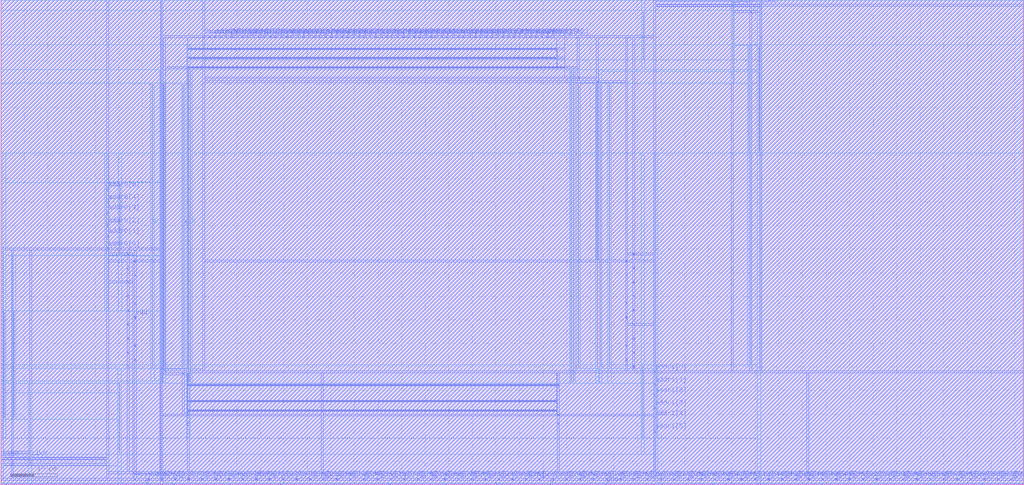
<source format=lef>
VERSION 5.4 ;
NAMESCASESENSITIVE ON ;
BUSBITCHARS "[]" ;
DIVIDERCHAR "/" ;
UNITS
  DATABASE MICRONS 2000 ;
END UNITS
MACRO freepdk45_sram_1w1r_40x64_32
   CLASS BLOCK ;
   SIZE 216.91 BY 102.945 ;
   SYMMETRY X Y R90 ;
   PIN din0[0]
      DIRECTION INPUT ;
      PORT
         LAYER metal3 ;
         RECT  34.085 1.105 34.22 1.24 ;
      END
   END din0[0]
   PIN din0[1]
      DIRECTION INPUT ;
      PORT
         LAYER metal3 ;
         RECT  36.945 1.105 37.08 1.24 ;
      END
   END din0[1]
   PIN din0[2]
      DIRECTION INPUT ;
      PORT
         LAYER metal3 ;
         RECT  39.805 1.105 39.94 1.24 ;
      END
   END din0[2]
   PIN din0[3]
      DIRECTION INPUT ;
      PORT
         LAYER metal3 ;
         RECT  42.665 1.105 42.8 1.24 ;
      END
   END din0[3]
   PIN din0[4]
      DIRECTION INPUT ;
      PORT
         LAYER metal3 ;
         RECT  45.525 1.105 45.66 1.24 ;
      END
   END din0[4]
   PIN din0[5]
      DIRECTION INPUT ;
      PORT
         LAYER metal3 ;
         RECT  48.385 1.105 48.52 1.24 ;
      END
   END din0[5]
   PIN din0[6]
      DIRECTION INPUT ;
      PORT
         LAYER metal3 ;
         RECT  51.245 1.105 51.38 1.24 ;
      END
   END din0[6]
   PIN din0[7]
      DIRECTION INPUT ;
      PORT
         LAYER metal3 ;
         RECT  54.105 1.105 54.24 1.24 ;
      END
   END din0[7]
   PIN din0[8]
      DIRECTION INPUT ;
      PORT
         LAYER metal3 ;
         RECT  56.965 1.105 57.1 1.24 ;
      END
   END din0[8]
   PIN din0[9]
      DIRECTION INPUT ;
      PORT
         LAYER metal3 ;
         RECT  59.825 1.105 59.96 1.24 ;
      END
   END din0[9]
   PIN din0[10]
      DIRECTION INPUT ;
      PORT
         LAYER metal3 ;
         RECT  62.685 1.105 62.82 1.24 ;
      END
   END din0[10]
   PIN din0[11]
      DIRECTION INPUT ;
      PORT
         LAYER metal3 ;
         RECT  65.545 1.105 65.68 1.24 ;
      END
   END din0[11]
   PIN din0[12]
      DIRECTION INPUT ;
      PORT
         LAYER metal3 ;
         RECT  68.405 1.105 68.54 1.24 ;
      END
   END din0[12]
   PIN din0[13]
      DIRECTION INPUT ;
      PORT
         LAYER metal3 ;
         RECT  71.265 1.105 71.4 1.24 ;
      END
   END din0[13]
   PIN din0[14]
      DIRECTION INPUT ;
      PORT
         LAYER metal3 ;
         RECT  74.125 1.105 74.26 1.24 ;
      END
   END din0[14]
   PIN din0[15]
      DIRECTION INPUT ;
      PORT
         LAYER metal3 ;
         RECT  76.985 1.105 77.12 1.24 ;
      END
   END din0[15]
   PIN din0[16]
      DIRECTION INPUT ;
      PORT
         LAYER metal3 ;
         RECT  79.845 1.105 79.98 1.24 ;
      END
   END din0[16]
   PIN din0[17]
      DIRECTION INPUT ;
      PORT
         LAYER metal3 ;
         RECT  82.705 1.105 82.84 1.24 ;
      END
   END din0[17]
   PIN din0[18]
      DIRECTION INPUT ;
      PORT
         LAYER metal3 ;
         RECT  85.565 1.105 85.7 1.24 ;
      END
   END din0[18]
   PIN din0[19]
      DIRECTION INPUT ;
      PORT
         LAYER metal3 ;
         RECT  88.425 1.105 88.56 1.24 ;
      END
   END din0[19]
   PIN din0[20]
      DIRECTION INPUT ;
      PORT
         LAYER metal3 ;
         RECT  91.285 1.105 91.42 1.24 ;
      END
   END din0[20]
   PIN din0[21]
      DIRECTION INPUT ;
      PORT
         LAYER metal3 ;
         RECT  94.145 1.105 94.28 1.24 ;
      END
   END din0[21]
   PIN din0[22]
      DIRECTION INPUT ;
      PORT
         LAYER metal3 ;
         RECT  97.005 1.105 97.14 1.24 ;
      END
   END din0[22]
   PIN din0[23]
      DIRECTION INPUT ;
      PORT
         LAYER metal3 ;
         RECT  99.865 1.105 100.0 1.24 ;
      END
   END din0[23]
   PIN din0[24]
      DIRECTION INPUT ;
      PORT
         LAYER metal3 ;
         RECT  102.725 1.105 102.86 1.24 ;
      END
   END din0[24]
   PIN din0[25]
      DIRECTION INPUT ;
      PORT
         LAYER metal3 ;
         RECT  105.585 1.105 105.72 1.24 ;
      END
   END din0[25]
   PIN din0[26]
      DIRECTION INPUT ;
      PORT
         LAYER metal3 ;
         RECT  108.445 1.105 108.58 1.24 ;
      END
   END din0[26]
   PIN din0[27]
      DIRECTION INPUT ;
      PORT
         LAYER metal3 ;
         RECT  111.305 1.105 111.44 1.24 ;
      END
   END din0[27]
   PIN din0[28]
      DIRECTION INPUT ;
      PORT
         LAYER metal3 ;
         RECT  114.165 1.105 114.3 1.24 ;
      END
   END din0[28]
   PIN din0[29]
      DIRECTION INPUT ;
      PORT
         LAYER metal3 ;
         RECT  117.025 1.105 117.16 1.24 ;
      END
   END din0[29]
   PIN din0[30]
      DIRECTION INPUT ;
      PORT
         LAYER metal3 ;
         RECT  119.885 1.105 120.02 1.24 ;
      END
   END din0[30]
   PIN din0[31]
      DIRECTION INPUT ;
      PORT
         LAYER metal3 ;
         RECT  122.745 1.105 122.88 1.24 ;
      END
   END din0[31]
   PIN din0[32]
      DIRECTION INPUT ;
      PORT
         LAYER metal3 ;
         RECT  125.605 1.105 125.74 1.24 ;
      END
   END din0[32]
   PIN din0[33]
      DIRECTION INPUT ;
      PORT
         LAYER metal3 ;
         RECT  128.465 1.105 128.6 1.24 ;
      END
   END din0[33]
   PIN din0[34]
      DIRECTION INPUT ;
      PORT
         LAYER metal3 ;
         RECT  131.325 1.105 131.46 1.24 ;
      END
   END din0[34]
   PIN din0[35]
      DIRECTION INPUT ;
      PORT
         LAYER metal3 ;
         RECT  134.185 1.105 134.32 1.24 ;
      END
   END din0[35]
   PIN din0[36]
      DIRECTION INPUT ;
      PORT
         LAYER metal3 ;
         RECT  137.045 1.105 137.18 1.24 ;
      END
   END din0[36]
   PIN din0[37]
      DIRECTION INPUT ;
      PORT
         LAYER metal3 ;
         RECT  139.905 1.105 140.04 1.24 ;
      END
   END din0[37]
   PIN din0[38]
      DIRECTION INPUT ;
      PORT
         LAYER metal3 ;
         RECT  142.765 1.105 142.9 1.24 ;
      END
   END din0[38]
   PIN din0[39]
      DIRECTION INPUT ;
      PORT
         LAYER metal3 ;
         RECT  145.625 1.105 145.76 1.24 ;
      END
   END din0[39]
   PIN din0[40]
      DIRECTION INPUT ;
      PORT
         LAYER metal3 ;
         RECT  148.485 1.105 148.62 1.24 ;
      END
   END din0[40]
   PIN din0[41]
      DIRECTION INPUT ;
      PORT
         LAYER metal3 ;
         RECT  151.345 1.105 151.48 1.24 ;
      END
   END din0[41]
   PIN din0[42]
      DIRECTION INPUT ;
      PORT
         LAYER metal3 ;
         RECT  154.205 1.105 154.34 1.24 ;
      END
   END din0[42]
   PIN din0[43]
      DIRECTION INPUT ;
      PORT
         LAYER metal3 ;
         RECT  157.065 1.105 157.2 1.24 ;
      END
   END din0[43]
   PIN din0[44]
      DIRECTION INPUT ;
      PORT
         LAYER metal3 ;
         RECT  159.925 1.105 160.06 1.24 ;
      END
   END din0[44]
   PIN din0[45]
      DIRECTION INPUT ;
      PORT
         LAYER metal3 ;
         RECT  162.785 1.105 162.92 1.24 ;
      END
   END din0[45]
   PIN din0[46]
      DIRECTION INPUT ;
      PORT
         LAYER metal3 ;
         RECT  165.645 1.105 165.78 1.24 ;
      END
   END din0[46]
   PIN din0[47]
      DIRECTION INPUT ;
      PORT
         LAYER metal3 ;
         RECT  168.505 1.105 168.64 1.24 ;
      END
   END din0[47]
   PIN din0[48]
      DIRECTION INPUT ;
      PORT
         LAYER metal3 ;
         RECT  171.365 1.105 171.5 1.24 ;
      END
   END din0[48]
   PIN din0[49]
      DIRECTION INPUT ;
      PORT
         LAYER metal3 ;
         RECT  174.225 1.105 174.36 1.24 ;
      END
   END din0[49]
   PIN din0[50]
      DIRECTION INPUT ;
      PORT
         LAYER metal3 ;
         RECT  177.085 1.105 177.22 1.24 ;
      END
   END din0[50]
   PIN din0[51]
      DIRECTION INPUT ;
      PORT
         LAYER metal3 ;
         RECT  179.945 1.105 180.08 1.24 ;
      END
   END din0[51]
   PIN din0[52]
      DIRECTION INPUT ;
      PORT
         LAYER metal3 ;
         RECT  182.805 1.105 182.94 1.24 ;
      END
   END din0[52]
   PIN din0[53]
      DIRECTION INPUT ;
      PORT
         LAYER metal3 ;
         RECT  185.665 1.105 185.8 1.24 ;
      END
   END din0[53]
   PIN din0[54]
      DIRECTION INPUT ;
      PORT
         LAYER metal3 ;
         RECT  188.525 1.105 188.66 1.24 ;
      END
   END din0[54]
   PIN din0[55]
      DIRECTION INPUT ;
      PORT
         LAYER metal3 ;
         RECT  191.385 1.105 191.52 1.24 ;
      END
   END din0[55]
   PIN din0[56]
      DIRECTION INPUT ;
      PORT
         LAYER metal3 ;
         RECT  194.245 1.105 194.38 1.24 ;
      END
   END din0[56]
   PIN din0[57]
      DIRECTION INPUT ;
      PORT
         LAYER metal3 ;
         RECT  197.105 1.105 197.24 1.24 ;
      END
   END din0[57]
   PIN din0[58]
      DIRECTION INPUT ;
      PORT
         LAYER metal3 ;
         RECT  199.965 1.105 200.1 1.24 ;
      END
   END din0[58]
   PIN din0[59]
      DIRECTION INPUT ;
      PORT
         LAYER metal3 ;
         RECT  202.825 1.105 202.96 1.24 ;
      END
   END din0[59]
   PIN din0[60]
      DIRECTION INPUT ;
      PORT
         LAYER metal3 ;
         RECT  205.685 1.105 205.82 1.24 ;
      END
   END din0[60]
   PIN din0[61]
      DIRECTION INPUT ;
      PORT
         LAYER metal3 ;
         RECT  208.545 1.105 208.68 1.24 ;
      END
   END din0[61]
   PIN din0[62]
      DIRECTION INPUT ;
      PORT
         LAYER metal3 ;
         RECT  211.405 1.105 211.54 1.24 ;
      END
   END din0[62]
   PIN din0[63]
      DIRECTION INPUT ;
      PORT
         LAYER metal3 ;
         RECT  214.265 1.105 214.4 1.24 ;
      END
   END din0[63]
   PIN addr0[0]
      DIRECTION INPUT ;
      PORT
         LAYER metal3 ;
         RECT  22.645 50.0125 22.78 50.1475 ;
      END
   END addr0[0]
   PIN addr0[1]
      DIRECTION INPUT ;
      PORT
         LAYER metal3 ;
         RECT  22.645 52.7425 22.78 52.8775 ;
      END
   END addr0[1]
   PIN addr0[2]
      DIRECTION INPUT ;
      PORT
         LAYER metal3 ;
         RECT  22.645 54.9525 22.78 55.0875 ;
      END
   END addr0[2]
   PIN addr0[3]
      DIRECTION INPUT ;
      PORT
         LAYER metal3 ;
         RECT  22.645 57.6825 22.78 57.8175 ;
      END
   END addr0[3]
   PIN addr0[4]
      DIRECTION INPUT ;
      PORT
         LAYER metal3 ;
         RECT  22.645 59.8925 22.78 60.0275 ;
      END
   END addr0[4]
   PIN addr0[5]
      DIRECTION INPUT ;
      PORT
         LAYER metal3 ;
         RECT  22.645 62.6225 22.78 62.7575 ;
      END
   END addr0[5]
   PIN addr1[0]
      DIRECTION INPUT ;
      PORT
         LAYER metal3 ;
         RECT  138.625 23.8825 138.76 24.0175 ;
      END
   END addr1[0]
   PIN addr1[1]
      DIRECTION INPUT ;
      PORT
         LAYER metal3 ;
         RECT  138.625 21.1525 138.76 21.2875 ;
      END
   END addr1[1]
   PIN addr1[2]
      DIRECTION INPUT ;
      PORT
         LAYER metal3 ;
         RECT  138.625 18.9425 138.76 19.0775 ;
      END
   END addr1[2]
   PIN addr1[3]
      DIRECTION INPUT ;
      PORT
         LAYER metal3 ;
         RECT  138.625 16.2125 138.76 16.3475 ;
      END
   END addr1[3]
   PIN addr1[4]
      DIRECTION INPUT ;
      PORT
         LAYER metal3 ;
         RECT  138.625 14.0025 138.76 14.1375 ;
      END
   END addr1[4]
   PIN addr1[5]
      DIRECTION INPUT ;
      PORT
         LAYER metal3 ;
         RECT  138.625 11.2725 138.76 11.4075 ;
      END
   END addr1[5]
   PIN csb0
      DIRECTION INPUT ;
      PORT
         LAYER metal3 ;
         RECT  0.285 5.4225 0.42 5.5575 ;
      END
   END csb0
   PIN csb1
      DIRECTION INPUT ;
      PORT
         LAYER metal3 ;
         RECT  161.125 101.7025 161.26 101.8375 ;
      END
   END csb1
   PIN clk0
      DIRECTION INPUT ;
      PORT
         LAYER metal3 ;
         RECT  6.2475 5.5075 6.3825 5.6425 ;
      END
   END clk0
   PIN clk1
      DIRECTION INPUT ;
      PORT
         LAYER metal3 ;
         RECT  155.0225 101.6175 155.1575 101.7525 ;
      END
   END clk1
   PIN wmask0[0]
      DIRECTION INPUT ;
      PORT
         LAYER metal3 ;
         RECT  28.365 1.105 28.5 1.24 ;
      END
   END wmask0[0]
   PIN wmask0[1]
      DIRECTION INPUT ;
      PORT
         LAYER metal3 ;
         RECT  31.225 1.105 31.36 1.24 ;
      END
   END wmask0[1]
   PIN dout1[0]
      DIRECTION OUTPUT ;
      PORT
         LAYER metal3 ;
         RECT  42.9725 94.9925 43.1075 95.1275 ;
      END
   END dout1[0]
   PIN dout1[1]
      DIRECTION OUTPUT ;
      PORT
         LAYER metal3 ;
         RECT  44.1475 94.9925 44.2825 95.1275 ;
      END
   END dout1[1]
   PIN dout1[2]
      DIRECTION OUTPUT ;
      PORT
         LAYER metal3 ;
         RECT  45.3225 94.9925 45.4575 95.1275 ;
      END
   END dout1[2]
   PIN dout1[3]
      DIRECTION OUTPUT ;
      PORT
         LAYER metal3 ;
         RECT  46.4975 94.9925 46.6325 95.1275 ;
      END
   END dout1[3]
   PIN dout1[4]
      DIRECTION OUTPUT ;
      PORT
         LAYER metal3 ;
         RECT  47.6725 94.9925 47.8075 95.1275 ;
      END
   END dout1[4]
   PIN dout1[5]
      DIRECTION OUTPUT ;
      PORT
         LAYER metal3 ;
         RECT  48.8475 94.9925 48.9825 95.1275 ;
      END
   END dout1[5]
   PIN dout1[6]
      DIRECTION OUTPUT ;
      PORT
         LAYER metal3 ;
         RECT  50.0225 94.9925 50.1575 95.1275 ;
      END
   END dout1[6]
   PIN dout1[7]
      DIRECTION OUTPUT ;
      PORT
         LAYER metal3 ;
         RECT  51.1975 94.9925 51.3325 95.1275 ;
      END
   END dout1[7]
   PIN dout1[8]
      DIRECTION OUTPUT ;
      PORT
         LAYER metal3 ;
         RECT  52.3725 94.9925 52.5075 95.1275 ;
      END
   END dout1[8]
   PIN dout1[9]
      DIRECTION OUTPUT ;
      PORT
         LAYER metal3 ;
         RECT  53.5475 94.9925 53.6825 95.1275 ;
      END
   END dout1[9]
   PIN dout1[10]
      DIRECTION OUTPUT ;
      PORT
         LAYER metal3 ;
         RECT  54.7225 94.9925 54.8575 95.1275 ;
      END
   END dout1[10]
   PIN dout1[11]
      DIRECTION OUTPUT ;
      PORT
         LAYER metal3 ;
         RECT  55.8975 94.9925 56.0325 95.1275 ;
      END
   END dout1[11]
   PIN dout1[12]
      DIRECTION OUTPUT ;
      PORT
         LAYER metal3 ;
         RECT  57.0725 94.9925 57.2075 95.1275 ;
      END
   END dout1[12]
   PIN dout1[13]
      DIRECTION OUTPUT ;
      PORT
         LAYER metal3 ;
         RECT  58.2475 94.9925 58.3825 95.1275 ;
      END
   END dout1[13]
   PIN dout1[14]
      DIRECTION OUTPUT ;
      PORT
         LAYER metal3 ;
         RECT  59.4225 94.9925 59.5575 95.1275 ;
      END
   END dout1[14]
   PIN dout1[15]
      DIRECTION OUTPUT ;
      PORT
         LAYER metal3 ;
         RECT  60.5975 94.9925 60.7325 95.1275 ;
      END
   END dout1[15]
   PIN dout1[16]
      DIRECTION OUTPUT ;
      PORT
         LAYER metal3 ;
         RECT  61.7725 94.9925 61.9075 95.1275 ;
      END
   END dout1[16]
   PIN dout1[17]
      DIRECTION OUTPUT ;
      PORT
         LAYER metal3 ;
         RECT  62.9475 94.9925 63.0825 95.1275 ;
      END
   END dout1[17]
   PIN dout1[18]
      DIRECTION OUTPUT ;
      PORT
         LAYER metal3 ;
         RECT  64.1225 94.9925 64.2575 95.1275 ;
      END
   END dout1[18]
   PIN dout1[19]
      DIRECTION OUTPUT ;
      PORT
         LAYER metal3 ;
         RECT  65.2975 94.9925 65.4325 95.1275 ;
      END
   END dout1[19]
   PIN dout1[20]
      DIRECTION OUTPUT ;
      PORT
         LAYER metal3 ;
         RECT  66.4725 94.9925 66.6075 95.1275 ;
      END
   END dout1[20]
   PIN dout1[21]
      DIRECTION OUTPUT ;
      PORT
         LAYER metal3 ;
         RECT  67.6475 94.9925 67.7825 95.1275 ;
      END
   END dout1[21]
   PIN dout1[22]
      DIRECTION OUTPUT ;
      PORT
         LAYER metal3 ;
         RECT  68.8225 94.9925 68.9575 95.1275 ;
      END
   END dout1[22]
   PIN dout1[23]
      DIRECTION OUTPUT ;
      PORT
         LAYER metal3 ;
         RECT  69.9975 94.9925 70.1325 95.1275 ;
      END
   END dout1[23]
   PIN dout1[24]
      DIRECTION OUTPUT ;
      PORT
         LAYER metal3 ;
         RECT  71.1725 94.9925 71.3075 95.1275 ;
      END
   END dout1[24]
   PIN dout1[25]
      DIRECTION OUTPUT ;
      PORT
         LAYER metal3 ;
         RECT  72.3475 94.9925 72.4825 95.1275 ;
      END
   END dout1[25]
   PIN dout1[26]
      DIRECTION OUTPUT ;
      PORT
         LAYER metal3 ;
         RECT  73.5225 94.9925 73.6575 95.1275 ;
      END
   END dout1[26]
   PIN dout1[27]
      DIRECTION OUTPUT ;
      PORT
         LAYER metal3 ;
         RECT  74.6975 94.9925 74.8325 95.1275 ;
      END
   END dout1[27]
   PIN dout1[28]
      DIRECTION OUTPUT ;
      PORT
         LAYER metal3 ;
         RECT  75.8725 94.9925 76.0075 95.1275 ;
      END
   END dout1[28]
   PIN dout1[29]
      DIRECTION OUTPUT ;
      PORT
         LAYER metal3 ;
         RECT  77.0475 94.9925 77.1825 95.1275 ;
      END
   END dout1[29]
   PIN dout1[30]
      DIRECTION OUTPUT ;
      PORT
         LAYER metal3 ;
         RECT  78.2225 94.9925 78.3575 95.1275 ;
      END
   END dout1[30]
   PIN dout1[31]
      DIRECTION OUTPUT ;
      PORT
         LAYER metal3 ;
         RECT  79.3975 94.9925 79.5325 95.1275 ;
      END
   END dout1[31]
   PIN dout1[32]
      DIRECTION OUTPUT ;
      PORT
         LAYER metal3 ;
         RECT  80.5725 94.9925 80.7075 95.1275 ;
      END
   END dout1[32]
   PIN dout1[33]
      DIRECTION OUTPUT ;
      PORT
         LAYER metal3 ;
         RECT  81.7475 94.9925 81.8825 95.1275 ;
      END
   END dout1[33]
   PIN dout1[34]
      DIRECTION OUTPUT ;
      PORT
         LAYER metal3 ;
         RECT  82.9225 94.9925 83.0575 95.1275 ;
      END
   END dout1[34]
   PIN dout1[35]
      DIRECTION OUTPUT ;
      PORT
         LAYER metal3 ;
         RECT  84.0975 94.9925 84.2325 95.1275 ;
      END
   END dout1[35]
   PIN dout1[36]
      DIRECTION OUTPUT ;
      PORT
         LAYER metal3 ;
         RECT  85.2725 94.9925 85.4075 95.1275 ;
      END
   END dout1[36]
   PIN dout1[37]
      DIRECTION OUTPUT ;
      PORT
         LAYER metal3 ;
         RECT  86.4475 94.9925 86.5825 95.1275 ;
      END
   END dout1[37]
   PIN dout1[38]
      DIRECTION OUTPUT ;
      PORT
         LAYER metal3 ;
         RECT  87.6225 94.9925 87.7575 95.1275 ;
      END
   END dout1[38]
   PIN dout1[39]
      DIRECTION OUTPUT ;
      PORT
         LAYER metal3 ;
         RECT  88.7975 94.9925 88.9325 95.1275 ;
      END
   END dout1[39]
   PIN dout1[40]
      DIRECTION OUTPUT ;
      PORT
         LAYER metal3 ;
         RECT  89.9725 94.9925 90.1075 95.1275 ;
      END
   END dout1[40]
   PIN dout1[41]
      DIRECTION OUTPUT ;
      PORT
         LAYER metal3 ;
         RECT  91.1475 94.9925 91.2825 95.1275 ;
      END
   END dout1[41]
   PIN dout1[42]
      DIRECTION OUTPUT ;
      PORT
         LAYER metal3 ;
         RECT  92.3225 94.9925 92.4575 95.1275 ;
      END
   END dout1[42]
   PIN dout1[43]
      DIRECTION OUTPUT ;
      PORT
         LAYER metal3 ;
         RECT  93.4975 94.9925 93.6325 95.1275 ;
      END
   END dout1[43]
   PIN dout1[44]
      DIRECTION OUTPUT ;
      PORT
         LAYER metal3 ;
         RECT  94.6725 94.9925 94.8075 95.1275 ;
      END
   END dout1[44]
   PIN dout1[45]
      DIRECTION OUTPUT ;
      PORT
         LAYER metal3 ;
         RECT  95.8475 94.9925 95.9825 95.1275 ;
      END
   END dout1[45]
   PIN dout1[46]
      DIRECTION OUTPUT ;
      PORT
         LAYER metal3 ;
         RECT  97.0225 94.9925 97.1575 95.1275 ;
      END
   END dout1[46]
   PIN dout1[47]
      DIRECTION OUTPUT ;
      PORT
         LAYER metal3 ;
         RECT  98.1975 94.9925 98.3325 95.1275 ;
      END
   END dout1[47]
   PIN dout1[48]
      DIRECTION OUTPUT ;
      PORT
         LAYER metal3 ;
         RECT  99.3725 94.9925 99.5075 95.1275 ;
      END
   END dout1[48]
   PIN dout1[49]
      DIRECTION OUTPUT ;
      PORT
         LAYER metal3 ;
         RECT  100.5475 94.9925 100.6825 95.1275 ;
      END
   END dout1[49]
   PIN dout1[50]
      DIRECTION OUTPUT ;
      PORT
         LAYER metal3 ;
         RECT  101.7225 94.9925 101.8575 95.1275 ;
      END
   END dout1[50]
   PIN dout1[51]
      DIRECTION OUTPUT ;
      PORT
         LAYER metal3 ;
         RECT  102.8975 94.9925 103.0325 95.1275 ;
      END
   END dout1[51]
   PIN dout1[52]
      DIRECTION OUTPUT ;
      PORT
         LAYER metal3 ;
         RECT  104.0725 94.9925 104.2075 95.1275 ;
      END
   END dout1[52]
   PIN dout1[53]
      DIRECTION OUTPUT ;
      PORT
         LAYER metal3 ;
         RECT  105.2475 94.9925 105.3825 95.1275 ;
      END
   END dout1[53]
   PIN dout1[54]
      DIRECTION OUTPUT ;
      PORT
         LAYER metal3 ;
         RECT  106.4225 94.9925 106.5575 95.1275 ;
      END
   END dout1[54]
   PIN dout1[55]
      DIRECTION OUTPUT ;
      PORT
         LAYER metal3 ;
         RECT  107.5975 94.9925 107.7325 95.1275 ;
      END
   END dout1[55]
   PIN dout1[56]
      DIRECTION OUTPUT ;
      PORT
         LAYER metal3 ;
         RECT  108.7725 94.9925 108.9075 95.1275 ;
      END
   END dout1[56]
   PIN dout1[57]
      DIRECTION OUTPUT ;
      PORT
         LAYER metal3 ;
         RECT  109.9475 94.9925 110.0825 95.1275 ;
      END
   END dout1[57]
   PIN dout1[58]
      DIRECTION OUTPUT ;
      PORT
         LAYER metal3 ;
         RECT  111.1225 94.9925 111.2575 95.1275 ;
      END
   END dout1[58]
   PIN dout1[59]
      DIRECTION OUTPUT ;
      PORT
         LAYER metal3 ;
         RECT  112.2975 94.9925 112.4325 95.1275 ;
      END
   END dout1[59]
   PIN dout1[60]
      DIRECTION OUTPUT ;
      PORT
         LAYER metal3 ;
         RECT  113.4725 94.9925 113.6075 95.1275 ;
      END
   END dout1[60]
   PIN dout1[61]
      DIRECTION OUTPUT ;
      PORT
         LAYER metal3 ;
         RECT  114.6475 94.9925 114.7825 95.1275 ;
      END
   END dout1[61]
   PIN dout1[62]
      DIRECTION OUTPUT ;
      PORT
         LAYER metal3 ;
         RECT  115.8225 94.9925 115.9575 95.1275 ;
      END
   END dout1[62]
   PIN dout1[63]
      DIRECTION OUTPUT ;
      PORT
         LAYER metal3 ;
         RECT  116.9975 94.9925 117.1325 95.1275 ;
      END
   END dout1[63]
   PIN vdd
      DIRECTION INOUT ;
      USE POWER ; 
      SHAPE ABUTMENT ; 
      PORT
         LAYER metal3 ;
         RECT  171.0825 2.47 171.2175 2.605 ;
         LAYER metal3 ;
         RECT  28.4625 47.4125 28.5975 47.5475 ;
         LAYER metal4 ;
         RECT  160.7175 70.695 160.8575 93.0975 ;
         LAYER metal3 ;
         RECT  68.1225 2.47 68.2575 2.605 ;
         LAYER metal3 ;
         RECT  102.4425 2.47 102.5775 2.605 ;
         LAYER metal4 ;
         RECT  138.905 10.165 139.045 25.125 ;
         LAYER metal4 ;
         RECT  39.72 21.815 39.86 87.845 ;
         LAYER metal3 ;
         RECT  132.6125 47.4125 132.7475 47.5475 ;
         LAYER metal3 ;
         RECT  45.2425 2.47 45.3775 2.605 ;
         LAYER metal4 ;
         RECT  34.015 24.985 34.155 84.995 ;
         LAYER metal3 ;
         RECT  193.9625 2.47 194.0975 2.605 ;
         LAYER metal3 ;
         RECT  56.6825 2.47 56.8175 2.605 ;
         LAYER metal3 ;
         RECT  126.44 85.495 126.575 85.63 ;
         LAYER metal4 ;
         RECT  121.35 21.815 121.49 87.845 ;
         LAYER metal3 ;
         RECT  132.6125 26.4825 132.7475 26.6175 ;
         LAYER metal4 ;
         RECT  136.185 90.455 136.325 100.475 ;
         LAYER metal3 ;
         RECT  122.4325 86.2825 122.5675 86.4175 ;
         LAYER metal3 ;
         RECT  28.0825 2.47 28.2175 2.605 ;
         LAYER metal4 ;
         RECT  25.08 6.785 25.22 21.745 ;
         LAYER metal3 ;
         RECT  2.425 6.7875 2.56 6.9225 ;
         LAYER metal3 ;
         RECT  132.6125 29.4725 132.7475 29.6075 ;
         LAYER metal3 ;
         RECT  91.0025 2.47 91.1375 2.605 ;
         LAYER metal3 ;
         RECT  113.8825 2.47 114.0175 2.605 ;
         LAYER metal3 ;
         RECT  33.8025 2.47 33.9375 2.605 ;
         LAYER metal3 ;
         RECT  34.635 24.28 34.77 24.415 ;
         LAYER metal3 ;
         RECT  118.1375 14.7175 118.2725 14.8525 ;
         LAYER metal3 ;
         RECT  158.985 100.3375 159.12 100.4725 ;
         LAYER metal3 ;
         RECT  132.6125 38.4425 132.7475 38.5775 ;
         LAYER metal4 ;
         RECT  0.6875 14.1625 0.8275 36.565 ;
         LAYER metal3 ;
         RECT  28.4625 38.4425 28.5975 38.5775 ;
         LAYER metal3 ;
         RECT  182.5225 2.47 182.6575 2.605 ;
         LAYER metal3 ;
         RECT  39.6525 14.7175 39.7875 14.8525 ;
         LAYER metal3 ;
         RECT  39.7875 88.54 119.4475 88.61 ;
         LAYER metal3 ;
         RECT  28.4625 26.4825 28.5975 26.6175 ;
         LAYER metal3 ;
         RECT  148.2025 2.47 148.3375 2.605 ;
         LAYER metal3 ;
         RECT  39.7875 92.4375 117.8025 92.5075 ;
         LAYER metal3 ;
         RECT  39.7875 15.685 117.8025 15.755 ;
         LAYER metal3 ;
         RECT  79.5625 2.47 79.6975 2.605 ;
         LAYER metal3 ;
         RECT  136.7625 2.47 136.8975 2.605 ;
         LAYER metal3 ;
         RECT  39.7875 21.12 118.2725 21.19 ;
         LAYER metal3 ;
         RECT  132.6125 35.4525 132.7475 35.5875 ;
         LAYER metal3 ;
         RECT  132.6125 44.4225 132.7475 44.5575 ;
         LAYER metal4 ;
         RECT  127.055 24.985 127.195 84.995 ;
         LAYER metal3 ;
         RECT  28.4625 29.4725 28.5975 29.6075 ;
         LAYER metal4 ;
         RECT  22.36 48.905 22.5 63.865 ;
         LAYER metal4 ;
         RECT  122.43 24.985 122.57 84.925 ;
         LAYER metal3 ;
         RECT  205.4025 2.47 205.5375 2.605 ;
         LAYER metal3 ;
         RECT  159.6425 2.47 159.7775 2.605 ;
         LAYER metal4 ;
         RECT  38.64 24.985 38.78 84.925 ;
         LAYER metal3 ;
         RECT  28.4625 44.4225 28.5975 44.5575 ;
         LAYER metal3 ;
         RECT  38.6425 23.4925 38.7775 23.6275 ;
         LAYER metal3 ;
         RECT  125.3225 2.47 125.4575 2.605 ;
         LAYER metal3 ;
         RECT  28.4625 35.4525 28.5975 35.5875 ;
      END
   END vdd
   PIN gnd
      DIRECTION INOUT ;
      USE GROUND ; 
      SHAPE ABUTMENT ; 
      PORT
         LAYER metal3 ;
         RECT  134.14 33.9575 134.275 34.0925 ;
         LAYER metal4 ;
         RECT  25.22 48.84 25.36 63.93 ;
         LAYER metal3 ;
         RECT  116.7425 0.0 116.8775 0.135 ;
         LAYER metal3 ;
         RECT  185.3825 0.0 185.5175 0.135 ;
         LAYER metal4 ;
         RECT  6.105 4.315 6.245 19.275 ;
         LAYER metal4 ;
         RECT  155.16 87.985 155.3 102.945 ;
         LAYER metal3 ;
         RECT  93.8625 0.0 93.9975 0.135 ;
         LAYER metal4 ;
         RECT  2.75 14.195 2.89 36.5975 ;
         LAYER metal3 ;
         RECT  26.935 42.9275 27.07 43.0625 ;
         LAYER metal4 ;
         RECT  34.575 24.9525 34.715 84.9575 ;
         LAYER metal3 ;
         RECT  26.935 39.9375 27.07 40.0725 ;
         LAYER metal4 ;
         RECT  158.655 70.6625 158.795 93.065 ;
         LAYER metal3 ;
         RECT  105.3025 0.0 105.4375 0.135 ;
         LAYER metal3 ;
         RECT  70.9825 0.0 71.1175 0.135 ;
         LAYER metal4 ;
         RECT  40.18 21.815 40.32 87.845 ;
         LAYER metal3 ;
         RECT  30.9425 0.0 31.0775 0.135 ;
         LAYER metal3 ;
         RECT  139.6225 0.0 139.7575 0.135 ;
         LAYER metal3 ;
         RECT  158.985 102.8075 159.12 102.9425 ;
         LAYER metal3 ;
         RECT  134.14 48.9075 134.275 49.0425 ;
         LAYER metal3 ;
         RECT  26.935 45.9175 27.07 46.0525 ;
         LAYER metal3 ;
         RECT  2.425 4.3175 2.56 4.4525 ;
         LAYER metal3 ;
         RECT  134.14 42.9275 134.275 43.0625 ;
         LAYER metal3 ;
         RECT  151.0625 0.0 151.1975 0.135 ;
         LAYER metal4 ;
         RECT  128.99 24.9525 129.13 84.995 ;
         LAYER metal3 ;
         RECT  26.935 24.9875 27.07 25.1225 ;
         LAYER metal3 ;
         RECT  36.6625 0.0 36.7975 0.135 ;
         LAYER metal3 ;
         RECT  208.2625 0.0 208.3975 0.135 ;
         LAYER metal3 ;
         RECT  162.5025 0.0 162.6375 0.135 ;
         LAYER metal4 ;
         RECT  120.89 21.815 121.03 87.845 ;
         LAYER metal4 ;
         RECT  136.045 10.1 136.185 25.19 ;
         LAYER metal3 ;
         RECT  118.1375 12.8975 118.2725 13.0325 ;
         LAYER metal3 ;
         RECT  39.7875 17.735 117.8025 17.805 ;
         LAYER metal3 ;
         RECT  134.14 30.9675 134.275 31.1025 ;
         LAYER metal4 ;
         RECT  126.495 24.9525 126.635 84.9575 ;
         LAYER metal3 ;
         RECT  134.14 45.9175 134.275 46.0525 ;
         LAYER metal3 ;
         RECT  173.9425 0.0 174.0775 0.135 ;
         LAYER metal3 ;
         RECT  26.935 27.9775 27.07 28.1125 ;
         LAYER metal3 ;
         RECT  39.6525 12.8975 39.7875 13.0325 ;
         LAYER metal3 ;
         RECT  134.14 39.9375 134.275 40.0725 ;
         LAYER metal3 ;
         RECT  26.935 30.9675 27.07 31.1025 ;
         LAYER metal4 ;
         RECT  32.08 24.9525 32.22 84.995 ;
         LAYER metal3 ;
         RECT  134.14 36.9475 134.275 37.0825 ;
         LAYER metal3 ;
         RECT  134.14 27.9775 134.275 28.1125 ;
         LAYER metal3 ;
         RECT  59.5425 0.0 59.6775 0.135 ;
         LAYER metal3 ;
         RECT  82.4225 0.0 82.5575 0.135 ;
         LAYER metal3 ;
         RECT  26.935 36.9475 27.07 37.0825 ;
         LAYER metal3 ;
         RECT  196.8225 0.0 196.9575 0.135 ;
         LAYER metal3 ;
         RECT  134.14 24.9875 134.275 25.1225 ;
         LAYER metal3 ;
         RECT  26.935 33.9575 27.07 34.0925 ;
         LAYER metal3 ;
         RECT  39.7875 90.545 117.8375 90.615 ;
         LAYER metal3 ;
         RECT  48.1025 0.0 48.2375 0.135 ;
         LAYER metal3 ;
         RECT  26.935 48.9075 27.07 49.0425 ;
         LAYER metal3 ;
         RECT  128.1825 0.0 128.3175 0.135 ;
      END
   END gnd
   OBS
   LAYER  metal1 ;
      RECT  0.14 0.14 216.77 102.805 ;
   LAYER  metal2 ;
      RECT  0.14 0.14 216.77 102.805 ;
   LAYER  metal3 ;
      RECT  33.945 0.14 34.36 0.965 ;
      RECT  34.36 0.965 36.805 1.38 ;
      RECT  37.22 0.965 39.665 1.38 ;
      RECT  40.08 0.965 42.525 1.38 ;
      RECT  42.94 0.965 45.385 1.38 ;
      RECT  45.8 0.965 48.245 1.38 ;
      RECT  48.66 0.965 51.105 1.38 ;
      RECT  51.52 0.965 53.965 1.38 ;
      RECT  54.38 0.965 56.825 1.38 ;
      RECT  57.24 0.965 59.685 1.38 ;
      RECT  60.1 0.965 62.545 1.38 ;
      RECT  62.96 0.965 65.405 1.38 ;
      RECT  65.82 0.965 68.265 1.38 ;
      RECT  68.68 0.965 71.125 1.38 ;
      RECT  71.54 0.965 73.985 1.38 ;
      RECT  74.4 0.965 76.845 1.38 ;
      RECT  77.26 0.965 79.705 1.38 ;
      RECT  80.12 0.965 82.565 1.38 ;
      RECT  82.98 0.965 85.425 1.38 ;
      RECT  85.84 0.965 88.285 1.38 ;
      RECT  88.7 0.965 91.145 1.38 ;
      RECT  91.56 0.965 94.005 1.38 ;
      RECT  94.42 0.965 96.865 1.38 ;
      RECT  97.28 0.965 99.725 1.38 ;
      RECT  100.14 0.965 102.585 1.38 ;
      RECT  103.0 0.965 105.445 1.38 ;
      RECT  105.86 0.965 108.305 1.38 ;
      RECT  108.72 0.965 111.165 1.38 ;
      RECT  111.58 0.965 114.025 1.38 ;
      RECT  114.44 0.965 116.885 1.38 ;
      RECT  117.3 0.965 119.745 1.38 ;
      RECT  120.16 0.965 122.605 1.38 ;
      RECT  123.02 0.965 125.465 1.38 ;
      RECT  125.88 0.965 128.325 1.38 ;
      RECT  128.74 0.965 131.185 1.38 ;
      RECT  131.6 0.965 134.045 1.38 ;
      RECT  134.46 0.965 136.905 1.38 ;
      RECT  137.32 0.965 139.765 1.38 ;
      RECT  140.18 0.965 142.625 1.38 ;
      RECT  143.04 0.965 145.485 1.38 ;
      RECT  145.9 0.965 148.345 1.38 ;
      RECT  148.76 0.965 151.205 1.38 ;
      RECT  151.62 0.965 154.065 1.38 ;
      RECT  154.48 0.965 156.925 1.38 ;
      RECT  157.34 0.965 159.785 1.38 ;
      RECT  160.2 0.965 162.645 1.38 ;
      RECT  163.06 0.965 165.505 1.38 ;
      RECT  165.92 0.965 168.365 1.38 ;
      RECT  168.78 0.965 171.225 1.38 ;
      RECT  171.64 0.965 174.085 1.38 ;
      RECT  174.5 0.965 176.945 1.38 ;
      RECT  177.36 0.965 179.805 1.38 ;
      RECT  180.22 0.965 182.665 1.38 ;
      RECT  183.08 0.965 185.525 1.38 ;
      RECT  185.94 0.965 188.385 1.38 ;
      RECT  188.8 0.965 191.245 1.38 ;
      RECT  191.66 0.965 194.105 1.38 ;
      RECT  194.52 0.965 196.965 1.38 ;
      RECT  197.38 0.965 199.825 1.38 ;
      RECT  200.24 0.965 202.685 1.38 ;
      RECT  203.1 0.965 205.545 1.38 ;
      RECT  205.96 0.965 208.405 1.38 ;
      RECT  208.82 0.965 211.265 1.38 ;
      RECT  211.68 0.965 214.125 1.38 ;
      RECT  214.54 0.965 216.77 1.38 ;
      RECT  0.14 49.8725 22.505 50.2875 ;
      RECT  0.14 50.2875 22.505 102.805 ;
      RECT  22.505 1.38 22.92 49.8725 ;
      RECT  22.92 49.8725 33.945 50.2875 ;
      RECT  22.92 50.2875 33.945 102.805 ;
      RECT  22.505 50.2875 22.92 52.6025 ;
      RECT  22.505 53.0175 22.92 54.8125 ;
      RECT  22.505 55.2275 22.92 57.5425 ;
      RECT  22.505 57.9575 22.92 59.7525 ;
      RECT  22.505 60.1675 22.92 62.4825 ;
      RECT  22.505 62.8975 22.92 102.805 ;
      RECT  138.485 24.1575 138.9 102.805 ;
      RECT  138.9 23.7425 216.77 24.1575 ;
      RECT  138.485 21.4275 138.9 23.7425 ;
      RECT  138.485 19.2175 138.9 21.0125 ;
      RECT  138.485 16.4875 138.9 18.8025 ;
      RECT  138.485 14.2775 138.9 16.0725 ;
      RECT  138.485 1.38 138.9 11.1325 ;
      RECT  138.485 11.5475 138.9 13.8625 ;
      RECT  0.14 1.38 0.145 5.2825 ;
      RECT  0.14 5.2825 0.145 5.6975 ;
      RECT  0.14 5.6975 0.145 49.8725 ;
      RECT  0.145 1.38 0.56 5.2825 ;
      RECT  0.145 5.6975 0.56 49.8725 ;
      RECT  160.985 24.1575 161.4 101.5625 ;
      RECT  160.985 101.9775 161.4 102.805 ;
      RECT  161.4 24.1575 216.77 101.5625 ;
      RECT  161.4 101.5625 216.77 101.9775 ;
      RECT  161.4 101.9775 216.77 102.805 ;
      RECT  0.56 5.2825 6.1075 5.3675 ;
      RECT  0.56 5.3675 6.1075 5.6975 ;
      RECT  6.1075 5.2825 6.5225 5.3675 ;
      RECT  6.5225 5.2825 22.505 5.3675 ;
      RECT  6.5225 5.3675 22.505 5.6975 ;
      RECT  0.56 5.6975 6.1075 5.7825 ;
      RECT  6.1075 5.7825 6.5225 49.8725 ;
      RECT  6.5225 5.6975 22.505 5.7825 ;
      RECT  6.5225 5.7825 22.505 49.8725 ;
      RECT  138.9 24.1575 154.8825 101.4775 ;
      RECT  138.9 101.4775 154.8825 101.5625 ;
      RECT  154.8825 24.1575 155.2975 101.4775 ;
      RECT  155.2975 101.4775 160.985 101.5625 ;
      RECT  138.9 101.5625 154.8825 101.8925 ;
      RECT  138.9 101.8925 154.8825 101.9775 ;
      RECT  154.8825 101.8925 155.2975 101.9775 ;
      RECT  155.2975 101.5625 160.985 101.8925 ;
      RECT  155.2975 101.8925 160.985 101.9775 ;
      RECT  0.14 0.965 28.225 1.38 ;
      RECT  28.64 0.965 31.085 1.38 ;
      RECT  31.5 0.965 33.945 1.38 ;
      RECT  34.36 94.8525 42.8325 95.2675 ;
      RECT  34.36 95.2675 42.8325 102.805 ;
      RECT  42.8325 95.2675 43.2475 102.805 ;
      RECT  43.2475 95.2675 138.485 102.805 ;
      RECT  43.2475 94.8525 44.0075 95.2675 ;
      RECT  44.4225 94.8525 45.1825 95.2675 ;
      RECT  45.5975 94.8525 46.3575 95.2675 ;
      RECT  46.7725 94.8525 47.5325 95.2675 ;
      RECT  47.9475 94.8525 48.7075 95.2675 ;
      RECT  49.1225 94.8525 49.8825 95.2675 ;
      RECT  50.2975 94.8525 51.0575 95.2675 ;
      RECT  51.4725 94.8525 52.2325 95.2675 ;
      RECT  52.6475 94.8525 53.4075 95.2675 ;
      RECT  53.8225 94.8525 54.5825 95.2675 ;
      RECT  54.9975 94.8525 55.7575 95.2675 ;
      RECT  56.1725 94.8525 56.9325 95.2675 ;
      RECT  57.3475 94.8525 58.1075 95.2675 ;
      RECT  58.5225 94.8525 59.2825 95.2675 ;
      RECT  59.6975 94.8525 60.4575 95.2675 ;
      RECT  60.8725 94.8525 61.6325 95.2675 ;
      RECT  62.0475 94.8525 62.8075 95.2675 ;
      RECT  63.2225 94.8525 63.9825 95.2675 ;
      RECT  64.3975 94.8525 65.1575 95.2675 ;
      RECT  65.5725 94.8525 66.3325 95.2675 ;
      RECT  66.7475 94.8525 67.5075 95.2675 ;
      RECT  67.9225 94.8525 68.6825 95.2675 ;
      RECT  69.0975 94.8525 69.8575 95.2675 ;
      RECT  70.2725 94.8525 71.0325 95.2675 ;
      RECT  71.4475 94.8525 72.2075 95.2675 ;
      RECT  72.6225 94.8525 73.3825 95.2675 ;
      RECT  73.7975 94.8525 74.5575 95.2675 ;
      RECT  74.9725 94.8525 75.7325 95.2675 ;
      RECT  76.1475 94.8525 76.9075 95.2675 ;
      RECT  77.3225 94.8525 78.0825 95.2675 ;
      RECT  78.4975 94.8525 79.2575 95.2675 ;
      RECT  79.6725 94.8525 80.4325 95.2675 ;
      RECT  80.8475 94.8525 81.6075 95.2675 ;
      RECT  82.0225 94.8525 82.7825 95.2675 ;
      RECT  83.1975 94.8525 83.9575 95.2675 ;
      RECT  84.3725 94.8525 85.1325 95.2675 ;
      RECT  85.5475 94.8525 86.3075 95.2675 ;
      RECT  86.7225 94.8525 87.4825 95.2675 ;
      RECT  87.8975 94.8525 88.6575 95.2675 ;
      RECT  89.0725 94.8525 89.8325 95.2675 ;
      RECT  90.2475 94.8525 91.0075 95.2675 ;
      RECT  91.4225 94.8525 92.1825 95.2675 ;
      RECT  92.5975 94.8525 93.3575 95.2675 ;
      RECT  93.7725 94.8525 94.5325 95.2675 ;
      RECT  94.9475 94.8525 95.7075 95.2675 ;
      RECT  96.1225 94.8525 96.8825 95.2675 ;
      RECT  97.2975 94.8525 98.0575 95.2675 ;
      RECT  98.4725 94.8525 99.2325 95.2675 ;
      RECT  99.6475 94.8525 100.4075 95.2675 ;
      RECT  100.8225 94.8525 101.5825 95.2675 ;
      RECT  101.9975 94.8525 102.7575 95.2675 ;
      RECT  103.1725 94.8525 103.9325 95.2675 ;
      RECT  104.3475 94.8525 105.1075 95.2675 ;
      RECT  105.5225 94.8525 106.2825 95.2675 ;
      RECT  106.6975 94.8525 107.4575 95.2675 ;
      RECT  107.8725 94.8525 108.6325 95.2675 ;
      RECT  109.0475 94.8525 109.8075 95.2675 ;
      RECT  110.2225 94.8525 110.9825 95.2675 ;
      RECT  111.3975 94.8525 112.1575 95.2675 ;
      RECT  112.5725 94.8525 113.3325 95.2675 ;
      RECT  113.7475 94.8525 114.5075 95.2675 ;
      RECT  114.9225 94.8525 115.6825 95.2675 ;
      RECT  116.0975 94.8525 116.8575 95.2675 ;
      RECT  117.2725 94.8525 138.485 95.2675 ;
      RECT  138.9 1.38 170.9425 2.33 ;
      RECT  138.9 2.745 170.9425 23.7425 ;
      RECT  170.9425 1.38 171.3575 2.33 ;
      RECT  170.9425 2.745 171.3575 23.7425 ;
      RECT  171.3575 1.38 216.77 2.33 ;
      RECT  171.3575 2.745 216.77 23.7425 ;
      RECT  22.92 47.2725 28.3225 47.6875 ;
      RECT  28.3225 47.6875 28.7375 49.8725 ;
      RECT  28.7375 47.2725 33.945 47.6875 ;
      RECT  28.7375 47.6875 33.945 49.8725 ;
      RECT  34.36 1.38 67.9825 2.33 ;
      RECT  67.9825 1.38 68.3975 2.33 ;
      RECT  68.3975 1.38 138.485 2.33 ;
      RECT  43.2475 24.1575 132.4725 47.2725 ;
      RECT  43.2475 47.2725 132.4725 47.6875 ;
      RECT  132.4725 47.6875 132.8875 94.8525 ;
      RECT  132.8875 47.2725 138.485 47.6875 ;
      RECT  34.36 2.33 45.1025 2.745 ;
      RECT  45.5175 2.33 56.5425 2.745 ;
      RECT  56.9575 2.33 67.9825 2.745 ;
      RECT  43.2475 47.6875 126.3 85.355 ;
      RECT  43.2475 85.355 126.3 85.77 ;
      RECT  126.3 47.6875 126.715 85.355 ;
      RECT  126.3 85.77 126.715 94.8525 ;
      RECT  126.715 47.6875 132.4725 85.355 ;
      RECT  126.715 85.355 132.4725 85.77 ;
      RECT  126.715 85.77 132.4725 94.8525 ;
      RECT  132.4725 24.1575 132.8875 26.3425 ;
      RECT  43.2475 85.77 122.2925 86.1425 ;
      RECT  43.2475 86.1425 122.2925 86.5575 ;
      RECT  122.2925 85.77 122.7075 86.1425 ;
      RECT  122.2925 86.5575 122.7075 94.8525 ;
      RECT  122.7075 85.77 126.3 86.1425 ;
      RECT  122.7075 86.1425 126.3 86.5575 ;
      RECT  122.7075 86.5575 126.3 94.8525 ;
      RECT  22.92 1.38 27.9425 2.33 ;
      RECT  22.92 2.33 27.9425 2.745 ;
      RECT  27.9425 1.38 28.3225 2.33 ;
      RECT  27.9425 2.745 28.3225 47.2725 ;
      RECT  28.3225 1.38 28.3575 2.33 ;
      RECT  28.3575 1.38 28.7375 2.33 ;
      RECT  28.3575 2.33 28.7375 2.745 ;
      RECT  0.56 5.7825 2.285 6.6475 ;
      RECT  0.56 6.6475 2.285 7.0625 ;
      RECT  0.56 7.0625 2.285 49.8725 ;
      RECT  2.285 5.7825 2.7 6.6475 ;
      RECT  2.285 7.0625 2.7 49.8725 ;
      RECT  2.7 5.7825 6.1075 6.6475 ;
      RECT  2.7 6.6475 6.1075 7.0625 ;
      RECT  2.7 7.0625 6.1075 49.8725 ;
      RECT  132.4725 26.7575 132.8875 29.3325 ;
      RECT  91.2775 2.33 102.3025 2.745 ;
      RECT  102.7175 2.33 113.7425 2.745 ;
      RECT  33.945 1.38 34.0775 2.33 ;
      RECT  33.945 2.745 34.0775 102.805 ;
      RECT  34.0775 1.38 34.36 2.33 ;
      RECT  34.0775 2.33 34.36 2.745 ;
      RECT  34.0775 2.745 34.36 102.805 ;
      RECT  28.7375 1.38 33.6625 2.33 ;
      RECT  28.7375 2.33 33.6625 2.745 ;
      RECT  28.7375 2.745 33.6625 47.2725 ;
      RECT  33.6625 1.38 33.945 2.33 ;
      RECT  33.6625 2.745 33.945 47.2725 ;
      RECT  34.36 23.7425 34.495 24.14 ;
      RECT  34.36 24.14 34.495 24.1575 ;
      RECT  34.495 23.7425 34.91 24.14 ;
      RECT  34.91 24.14 138.485 24.1575 ;
      RECT  34.36 24.1575 34.495 24.555 ;
      RECT  34.36 24.555 34.495 94.8525 ;
      RECT  34.495 24.555 34.91 94.8525 ;
      RECT  34.91 24.1575 42.8325 24.555 ;
      RECT  68.3975 2.745 117.9975 14.5775 ;
      RECT  68.3975 14.5775 117.9975 14.9925 ;
      RECT  118.4125 2.745 138.485 14.5775 ;
      RECT  118.4125 14.5775 138.485 14.9925 ;
      RECT  118.4125 14.9925 138.485 23.7425 ;
      RECT  155.2975 24.1575 158.845 100.1975 ;
      RECT  155.2975 100.1975 158.845 100.6125 ;
      RECT  155.2975 100.6125 158.845 101.4775 ;
      RECT  158.845 24.1575 159.26 100.1975 ;
      RECT  158.845 100.6125 159.26 101.4775 ;
      RECT  159.26 24.1575 160.985 100.1975 ;
      RECT  159.26 100.1975 160.985 100.6125 ;
      RECT  159.26 100.6125 160.985 101.4775 ;
      RECT  171.3575 2.33 182.3825 2.745 ;
      RECT  182.7975 2.33 193.8225 2.745 ;
      RECT  34.36 2.745 39.5125 14.5775 ;
      RECT  34.36 14.5775 39.5125 14.9925 ;
      RECT  39.9275 2.745 67.9825 14.5775 ;
      RECT  39.9275 14.5775 67.9825 14.9925 ;
      RECT  42.8325 24.1575 43.2475 88.4 ;
      RECT  43.2475 86.5575 119.5875 88.4 ;
      RECT  119.5875 86.5575 122.2925 88.4 ;
      RECT  119.5875 88.4 122.2925 88.75 ;
      RECT  119.5875 88.75 122.2925 94.8525 ;
      RECT  34.91 24.555 39.6475 88.4 ;
      RECT  34.91 88.4 39.6475 88.75 ;
      RECT  34.91 88.75 39.6475 94.8525 ;
      RECT  39.6475 24.555 42.8325 88.4 ;
      RECT  28.3225 2.745 28.3575 26.3425 ;
      RECT  28.3575 2.745 28.7375 26.3425 ;
      RECT  138.9 2.33 148.0625 2.745 ;
      RECT  42.8325 92.6475 43.2475 94.8525 ;
      RECT  43.2475 92.6475 117.9425 94.8525 ;
      RECT  117.9425 92.2975 119.5875 92.6475 ;
      RECT  117.9425 92.6475 119.5875 94.8525 ;
      RECT  39.6475 92.6475 42.8325 94.8525 ;
      RECT  67.9825 2.745 68.3975 15.545 ;
      RECT  68.3975 14.9925 117.9425 15.545 ;
      RECT  117.9425 14.9925 117.9975 15.545 ;
      RECT  117.9425 15.545 117.9975 15.895 ;
      RECT  39.5125 14.9925 39.6475 15.545 ;
      RECT  39.5125 15.545 39.6475 15.895 ;
      RECT  39.5125 15.895 39.6475 23.7425 ;
      RECT  39.6475 14.9925 39.9275 15.545 ;
      RECT  39.9275 14.9925 67.9825 15.545 ;
      RECT  68.3975 2.33 79.4225 2.745 ;
      RECT  79.8375 2.33 90.8625 2.745 ;
      RECT  137.0375 2.33 138.485 2.745 ;
      RECT  117.9975 14.9925 118.4125 20.98 ;
      RECT  117.9975 21.33 118.4125 23.7425 ;
      RECT  67.9825 21.33 68.3975 23.7425 ;
      RECT  68.3975 21.33 117.9425 23.7425 ;
      RECT  117.9425 15.895 117.9975 20.98 ;
      RECT  117.9425 21.33 117.9975 23.7425 ;
      RECT  39.6475 21.33 39.9275 23.7425 ;
      RECT  39.9275 21.33 67.9825 23.7425 ;
      RECT  132.4725 29.7475 132.8875 35.3125 ;
      RECT  132.4725 35.7275 132.8875 38.3025 ;
      RECT  132.4725 38.7175 132.8875 44.2825 ;
      RECT  132.4725 44.6975 132.8875 47.2725 ;
      RECT  28.3225 26.7575 28.3575 29.3325 ;
      RECT  28.3575 26.7575 28.7375 29.3325 ;
      RECT  194.2375 2.33 205.2625 2.745 ;
      RECT  205.6775 2.33 216.77 2.745 ;
      RECT  148.4775 2.33 159.5025 2.745 ;
      RECT  159.9175 2.33 170.9425 2.745 ;
      RECT  28.3225 38.7175 28.3575 44.2825 ;
      RECT  28.3225 44.6975 28.3575 47.2725 ;
      RECT  28.3575 38.7175 28.7375 44.2825 ;
      RECT  28.3575 44.6975 28.7375 47.2725 ;
      RECT  34.91 23.7425 38.5025 23.7675 ;
      RECT  34.91 23.7675 38.5025 24.14 ;
      RECT  38.5025 23.7675 38.9175 24.14 ;
      RECT  38.9175 23.7425 138.485 23.7675 ;
      RECT  38.9175 23.7675 138.485 24.14 ;
      RECT  34.36 14.9925 38.5025 23.3525 ;
      RECT  34.36 23.3525 38.5025 23.7425 ;
      RECT  38.5025 14.9925 38.9175 23.3525 ;
      RECT  38.9175 14.9925 39.5125 23.3525 ;
      RECT  38.9175 23.3525 39.5125 23.7425 ;
      RECT  114.1575 2.33 125.1825 2.745 ;
      RECT  125.5975 2.33 136.6225 2.745 ;
      RECT  28.3225 29.7475 28.3575 35.3125 ;
      RECT  28.3225 35.7275 28.3575 38.3025 ;
      RECT  28.3575 29.7475 28.7375 35.3125 ;
      RECT  28.3575 35.7275 28.7375 38.3025 ;
      RECT  132.8875 24.1575 134.0 33.8175 ;
      RECT  132.8875 33.8175 134.0 34.2325 ;
      RECT  132.8875 34.2325 134.0 47.2725 ;
      RECT  134.415 24.1575 138.485 33.8175 ;
      RECT  134.415 33.8175 138.485 34.2325 ;
      RECT  134.415 34.2325 138.485 47.2725 ;
      RECT  34.36 0.275 116.6025 0.965 ;
      RECT  116.6025 0.275 117.0175 0.965 ;
      RECT  117.0175 0.275 216.77 0.965 ;
      RECT  22.92 2.745 26.795 42.7875 ;
      RECT  22.92 42.7875 26.795 43.2025 ;
      RECT  22.92 43.2025 26.795 47.2725 ;
      RECT  27.21 2.745 27.9425 42.7875 ;
      RECT  27.21 42.7875 27.9425 43.2025 ;
      RECT  27.21 43.2025 27.9425 47.2725 ;
      RECT  26.795 40.2125 27.21 42.7875 ;
      RECT  94.1375 0.14 105.1625 0.275 ;
      RECT  105.5775 0.14 116.6025 0.275 ;
      RECT  0.14 0.14 30.8025 0.275 ;
      RECT  0.14 0.275 30.8025 0.965 ;
      RECT  30.8025 0.275 31.2175 0.965 ;
      RECT  31.2175 0.14 33.945 0.275 ;
      RECT  31.2175 0.275 33.945 0.965 ;
      RECT  138.9 101.9775 158.845 102.6675 ;
      RECT  138.9 102.6675 158.845 102.805 ;
      RECT  158.845 101.9775 159.26 102.6675 ;
      RECT  159.26 101.9775 160.985 102.6675 ;
      RECT  159.26 102.6675 160.985 102.805 ;
      RECT  132.8875 47.6875 134.0 48.7675 ;
      RECT  132.8875 48.7675 134.0 49.1825 ;
      RECT  132.8875 49.1825 134.0 94.8525 ;
      RECT  134.0 47.6875 134.415 48.7675 ;
      RECT  134.0 49.1825 134.415 94.8525 ;
      RECT  134.415 47.6875 138.485 48.7675 ;
      RECT  134.415 48.7675 138.485 49.1825 ;
      RECT  134.415 49.1825 138.485 94.8525 ;
      RECT  26.795 43.2025 27.21 45.7775 ;
      RECT  26.795 46.1925 27.21 47.2725 ;
      RECT  0.56 1.38 2.285 4.1775 ;
      RECT  0.56 4.1775 2.285 4.5925 ;
      RECT  0.56 4.5925 2.285 5.2825 ;
      RECT  2.285 1.38 2.7 4.1775 ;
      RECT  2.285 4.5925 2.7 5.2825 ;
      RECT  2.7 1.38 22.505 4.1775 ;
      RECT  2.7 4.1775 22.505 4.5925 ;
      RECT  2.7 4.5925 22.505 5.2825 ;
      RECT  139.8975 0.14 150.9225 0.275 ;
      RECT  26.795 2.745 27.21 24.8475 ;
      RECT  34.36 0.14 36.5225 0.275 ;
      RECT  208.5375 0.14 216.77 0.275 ;
      RECT  151.3375 0.14 162.3625 0.275 ;
      RECT  117.9975 2.745 118.4125 12.7575 ;
      RECT  117.9975 13.1725 118.4125 14.5775 ;
      RECT  67.9825 15.895 68.3975 17.595 ;
      RECT  67.9825 17.945 68.3975 20.98 ;
      RECT  68.3975 15.895 117.9425 17.595 ;
      RECT  68.3975 17.945 117.9425 20.98 ;
      RECT  39.6475 15.895 39.9275 17.595 ;
      RECT  39.6475 17.945 39.9275 20.98 ;
      RECT  39.9275 15.895 67.9825 17.595 ;
      RECT  39.9275 17.945 67.9825 20.98 ;
      RECT  134.0 31.2425 134.415 33.8175 ;
      RECT  134.0 43.2025 134.415 45.7775 ;
      RECT  134.0 46.1925 134.415 47.2725 ;
      RECT  162.7775 0.14 173.8025 0.275 ;
      RECT  174.2175 0.14 185.2425 0.275 ;
      RECT  26.795 25.2625 27.21 27.8375 ;
      RECT  39.5125 2.745 39.9275 12.7575 ;
      RECT  39.5125 13.1725 39.9275 14.5775 ;
      RECT  134.0 40.2125 134.415 42.7875 ;
      RECT  26.795 28.2525 27.21 30.8275 ;
      RECT  134.0 34.2325 134.415 36.8075 ;
      RECT  134.0 37.2225 134.415 39.7975 ;
      RECT  134.0 28.2525 134.415 30.8275 ;
      RECT  59.8175 0.14 70.8425 0.275 ;
      RECT  71.2575 0.14 82.2825 0.275 ;
      RECT  82.6975 0.14 93.7225 0.275 ;
      RECT  26.795 37.2225 27.21 39.7975 ;
      RECT  185.6575 0.14 196.6825 0.275 ;
      RECT  197.0975 0.14 208.1225 0.275 ;
      RECT  134.0 24.1575 134.415 24.8475 ;
      RECT  134.0 25.2625 134.415 27.8375 ;
      RECT  26.795 31.2425 27.21 33.8175 ;
      RECT  26.795 34.2325 27.21 36.8075 ;
      RECT  42.8325 88.75 43.2475 90.405 ;
      RECT  42.8325 90.755 43.2475 92.2975 ;
      RECT  43.2475 88.75 117.9425 90.405 ;
      RECT  43.2475 90.755 117.9425 92.2975 ;
      RECT  117.9425 88.75 117.9775 90.405 ;
      RECT  117.9425 90.755 117.9775 92.2975 ;
      RECT  117.9775 88.75 119.5875 90.405 ;
      RECT  117.9775 90.405 119.5875 90.755 ;
      RECT  117.9775 90.755 119.5875 92.2975 ;
      RECT  39.6475 88.75 42.8325 90.405 ;
      RECT  39.6475 90.755 42.8325 92.2975 ;
      RECT  36.9375 0.14 47.9625 0.275 ;
      RECT  48.3775 0.14 59.4025 0.275 ;
      RECT  22.92 47.6875 26.795 48.7675 ;
      RECT  22.92 48.7675 26.795 49.1825 ;
      RECT  22.92 49.1825 26.795 49.8725 ;
      RECT  26.795 47.6875 27.21 48.7675 ;
      RECT  26.795 49.1825 27.21 49.8725 ;
      RECT  27.21 47.6875 28.3225 48.7675 ;
      RECT  27.21 48.7675 28.3225 49.1825 ;
      RECT  27.21 49.1825 28.3225 49.8725 ;
      RECT  117.0175 0.14 128.0425 0.275 ;
      RECT  128.4575 0.14 139.4825 0.275 ;
   LAYER  metal4 ;
      RECT  160.4375 0.14 161.1375 70.415 ;
      RECT  160.4375 93.3775 161.1375 102.805 ;
      RECT  161.1375 0.14 216.77 70.415 ;
      RECT  161.1375 70.415 216.77 93.3775 ;
      RECT  161.1375 93.3775 216.77 102.805 ;
      RECT  138.625 0.14 139.325 9.885 ;
      RECT  138.625 25.405 139.325 70.415 ;
      RECT  139.325 0.14 160.4375 9.885 ;
      RECT  139.325 9.885 160.4375 25.405 ;
      RECT  0.14 88.125 39.44 93.3775 ;
      RECT  39.44 88.125 40.14 93.3775 ;
      RECT  39.44 9.885 40.14 21.535 ;
      RECT  0.14 85.275 33.735 88.125 ;
      RECT  33.735 85.275 34.435 88.125 ;
      RECT  34.435 85.275 39.44 88.125 ;
      RECT  0.14 93.3775 135.905 100.755 ;
      RECT  0.14 100.755 135.905 102.805 ;
      RECT  135.905 100.755 136.605 102.805 ;
      RECT  40.14 88.125 135.905 90.175 ;
      RECT  40.14 90.175 135.905 93.3775 ;
      RECT  135.905 88.125 136.605 90.175 ;
      RECT  24.8 0.14 25.5 6.505 ;
      RECT  25.5 0.14 138.625 6.505 ;
      RECT  25.5 9.885 39.44 21.535 ;
      RECT  24.8 22.025 25.5 24.705 ;
      RECT  25.5 21.535 33.735 22.025 ;
      RECT  0.14 24.705 0.4075 25.405 ;
      RECT  0.14 25.405 0.4075 36.845 ;
      RECT  0.14 36.845 0.4075 70.415 ;
      RECT  0.4075 36.845 1.1075 70.415 ;
      RECT  0.14 9.885 0.4075 13.8825 ;
      RECT  0.14 13.8825 0.4075 21.535 ;
      RECT  0.4075 9.885 1.1075 13.8825 ;
      RECT  0.14 21.535 0.4075 22.025 ;
      RECT  0.14 22.025 0.4075 24.705 ;
      RECT  121.77 85.275 126.775 88.125 ;
      RECT  126.775 85.275 127.475 88.125 ;
      RECT  1.1075 48.625 22.08 64.145 ;
      RECT  1.1075 64.145 22.08 70.415 ;
      RECT  22.08 36.845 22.78 48.625 ;
      RECT  22.08 64.145 22.78 70.415 ;
      RECT  121.77 70.415 122.15 85.205 ;
      RECT  121.77 85.205 122.15 85.275 ;
      RECT  122.15 85.205 122.85 85.275 ;
      RECT  121.77 24.705 122.15 25.405 ;
      RECT  121.77 25.405 122.15 70.415 ;
      RECT  38.36 85.205 39.06 85.275 ;
      RECT  39.06 70.415 39.44 85.205 ;
      RECT  39.06 85.205 39.44 85.275 ;
      RECT  39.06 24.705 39.44 25.405 ;
      RECT  39.06 25.405 39.44 70.415 ;
      RECT  22.78 36.845 24.94 48.56 ;
      RECT  22.78 48.56 24.94 48.625 ;
      RECT  24.94 36.845 25.64 48.56 ;
      RECT  22.78 48.625 24.94 64.145 ;
      RECT  22.78 64.145 24.94 64.21 ;
      RECT  22.78 64.21 24.94 70.415 ;
      RECT  24.94 64.21 25.64 70.415 ;
      RECT  0.14 0.14 5.825 4.035 ;
      RECT  0.14 4.035 5.825 6.505 ;
      RECT  5.825 0.14 6.525 4.035 ;
      RECT  6.525 0.14 24.8 4.035 ;
      RECT  6.525 4.035 24.8 6.505 ;
      RECT  0.14 6.505 5.825 9.885 ;
      RECT  6.525 6.505 24.8 9.885 ;
      RECT  1.1075 9.885 5.825 13.8825 ;
      RECT  6.525 9.885 24.8 13.8825 ;
      RECT  5.825 19.555 6.525 21.535 ;
      RECT  6.525 13.8825 24.8 19.555 ;
      RECT  6.525 19.555 24.8 21.535 ;
      RECT  136.605 93.3775 154.88 100.755 ;
      RECT  155.58 93.3775 160.4375 100.755 ;
      RECT  136.605 100.755 154.88 102.805 ;
      RECT  155.58 100.755 160.4375 102.805 ;
      RECT  136.605 88.125 154.88 90.175 ;
      RECT  136.605 90.175 154.88 93.3775 ;
      RECT  127.475 85.275 154.88 87.705 ;
      RECT  127.475 87.705 154.88 88.125 ;
      RECT  154.88 85.275 155.58 87.705 ;
      RECT  1.1075 24.705 2.47 25.405 ;
      RECT  1.1075 25.405 2.47 36.845 ;
      RECT  1.1075 21.535 2.47 22.025 ;
      RECT  3.17 21.535 24.8 22.025 ;
      RECT  1.1075 22.025 2.47 24.705 ;
      RECT  3.17 22.025 24.8 24.705 ;
      RECT  1.1075 36.845 2.47 36.8775 ;
      RECT  1.1075 36.8775 2.47 48.625 ;
      RECT  2.47 36.8775 3.17 48.625 ;
      RECT  3.17 36.845 22.08 36.8775 ;
      RECT  3.17 36.8775 22.08 48.625 ;
      RECT  1.1075 13.8825 2.47 13.915 ;
      RECT  1.1075 13.915 2.47 19.555 ;
      RECT  2.47 13.8825 3.17 13.915 ;
      RECT  3.17 13.8825 5.825 13.915 ;
      RECT  3.17 13.915 5.825 19.555 ;
      RECT  1.1075 19.555 2.47 21.535 ;
      RECT  3.17 19.555 5.825 21.535 ;
      RECT  33.735 21.535 34.295 24.6725 ;
      RECT  33.735 24.6725 34.295 24.705 ;
      RECT  34.295 21.535 34.435 24.6725 ;
      RECT  34.435 21.535 34.995 24.6725 ;
      RECT  34.995 21.535 39.44 24.6725 ;
      RECT  34.995 24.6725 39.44 24.705 ;
      RECT  34.995 70.415 38.36 85.205 ;
      RECT  34.435 85.2375 34.995 85.275 ;
      RECT  34.995 85.205 38.36 85.2375 ;
      RECT  34.995 85.2375 38.36 85.275 ;
      RECT  34.995 24.705 38.36 25.405 ;
      RECT  34.995 25.405 38.36 70.415 ;
      RECT  139.325 25.405 158.375 70.3825 ;
      RECT  139.325 70.3825 158.375 70.415 ;
      RECT  158.375 25.405 159.075 70.3825 ;
      RECT  159.075 25.405 160.4375 70.3825 ;
      RECT  159.075 70.3825 160.4375 70.415 ;
      RECT  159.075 70.415 160.4375 85.275 ;
      RECT  155.58 88.125 158.375 90.175 ;
      RECT  159.075 88.125 160.4375 90.175 ;
      RECT  155.58 90.175 158.375 93.345 ;
      RECT  155.58 93.345 158.375 93.3775 ;
      RECT  158.375 93.345 159.075 93.3775 ;
      RECT  159.075 90.175 160.4375 93.345 ;
      RECT  159.075 93.345 160.4375 93.3775 ;
      RECT  155.58 85.275 158.375 87.705 ;
      RECT  159.075 85.275 160.4375 87.705 ;
      RECT  155.58 87.705 158.375 88.125 ;
      RECT  159.075 87.705 160.4375 88.125 ;
      RECT  127.475 21.535 128.71 24.6725 ;
      RECT  127.475 24.6725 128.71 24.705 ;
      RECT  128.71 21.535 129.41 24.6725 ;
      RECT  127.475 24.705 128.71 25.405 ;
      RECT  127.475 25.405 128.71 70.415 ;
      RECT  127.475 70.415 128.71 85.275 ;
      RECT  129.41 70.415 158.375 85.275 ;
      RECT  40.6 70.415 120.61 88.125 ;
      RECT  40.6 21.535 120.61 25.405 ;
      RECT  40.6 25.405 120.61 70.415 ;
      RECT  40.14 9.885 135.765 21.535 ;
      RECT  136.465 9.885 138.625 21.535 ;
      RECT  25.5 6.505 135.765 9.82 ;
      RECT  25.5 9.82 135.765 9.885 ;
      RECT  135.765 6.505 136.465 9.82 ;
      RECT  136.465 6.505 138.625 9.82 ;
      RECT  136.465 9.82 138.625 9.885 ;
      RECT  129.41 21.535 135.765 24.6725 ;
      RECT  136.465 21.535 138.625 24.6725 ;
      RECT  129.41 24.6725 135.765 24.705 ;
      RECT  136.465 24.6725 138.625 24.705 ;
      RECT  129.41 24.705 135.765 25.405 ;
      RECT  136.465 24.705 138.625 25.405 ;
      RECT  129.41 25.405 135.765 25.47 ;
      RECT  129.41 25.47 135.765 70.415 ;
      RECT  135.765 25.47 136.465 70.415 ;
      RECT  136.465 25.405 138.625 25.47 ;
      RECT  136.465 25.47 138.625 70.415 ;
      RECT  121.77 21.535 126.215 24.6725 ;
      RECT  121.77 24.6725 126.215 24.705 ;
      RECT  126.215 21.535 126.775 24.6725 ;
      RECT  126.775 21.535 126.915 24.6725 ;
      RECT  126.915 21.535 127.475 24.6725 ;
      RECT  126.915 24.6725 127.475 24.705 ;
      RECT  122.85 70.415 126.215 85.205 ;
      RECT  122.85 85.205 126.215 85.2375 ;
      RECT  122.85 85.2375 126.215 85.275 ;
      RECT  126.215 85.2375 126.775 85.275 ;
      RECT  122.85 24.705 126.215 25.405 ;
      RECT  122.85 25.405 126.215 70.415 ;
      RECT  0.14 70.415 31.8 85.275 ;
      RECT  32.5 70.415 33.735 85.275 ;
      RECT  25.5 22.025 31.8 24.6725 ;
      RECT  25.5 24.6725 31.8 24.705 ;
      RECT  31.8 22.025 32.5 24.6725 ;
      RECT  32.5 22.025 33.735 24.6725 ;
      RECT  32.5 24.6725 33.735 24.705 ;
      RECT  25.64 36.845 31.8 48.56 ;
      RECT  32.5 36.845 33.735 48.56 ;
      RECT  25.64 48.56 31.8 48.625 ;
      RECT  32.5 48.56 33.735 48.625 ;
      RECT  25.64 48.625 31.8 64.145 ;
      RECT  32.5 48.625 33.735 64.145 ;
      RECT  25.64 64.145 31.8 64.21 ;
      RECT  32.5 64.145 33.735 64.21 ;
      RECT  25.64 64.21 31.8 70.415 ;
      RECT  32.5 64.21 33.735 70.415 ;
      RECT  3.17 24.705 31.8 25.405 ;
      RECT  32.5 24.705 33.735 25.405 ;
      RECT  3.17 25.405 31.8 36.845 ;
      RECT  32.5 25.405 33.735 36.845 ;
   END
END    freepdk45_sram_1w1r_40x64_32
END    LIBRARY

</source>
